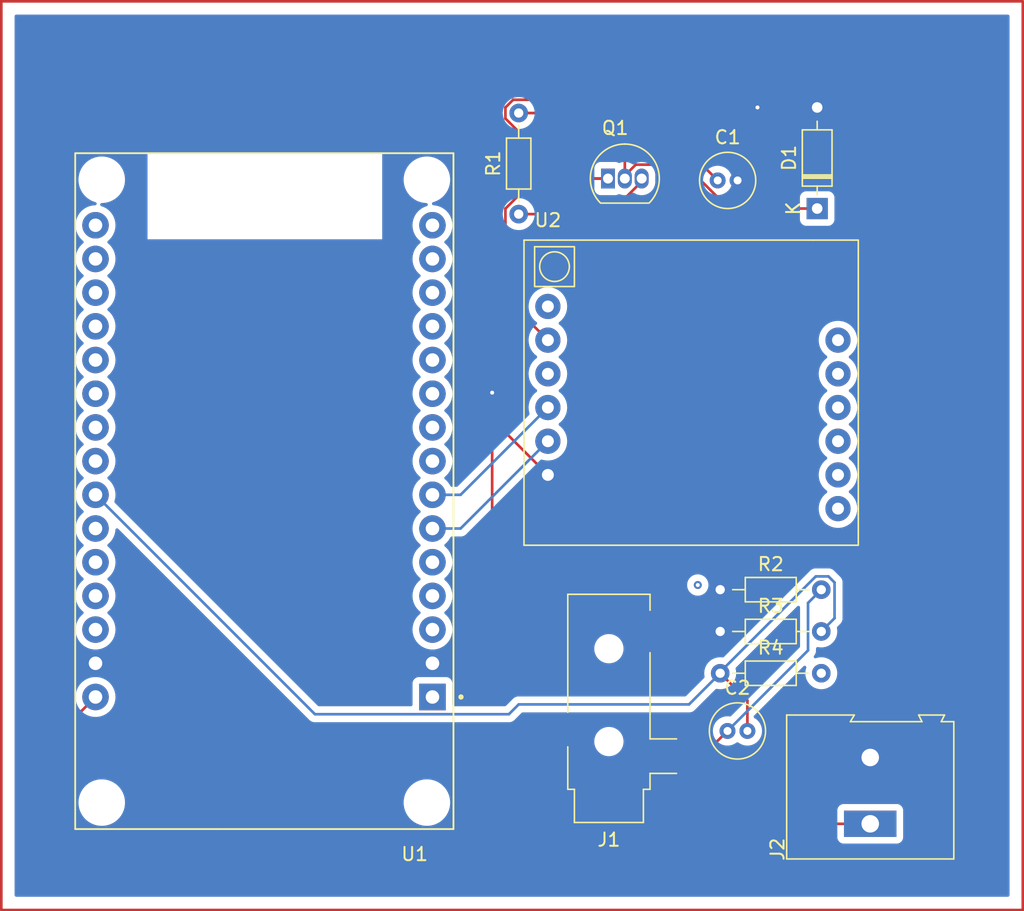
<source format=kicad_pcb>
(kicad_pcb (version 20240108) (generator "pcbnew") (generator_version "8.0")
  (layers (0 "F.Cu" signal) (31 "B.Cu" signal) (34 "B.Paste" user) (35 "F.Paste" user) (36 "B.SilkS" user "B.Silkscreen") (37 "F.SilkS" user "F.Silkscreen") (38 "B.Mask" user) (39 "F.Mask" user) (44 "Edge.Cuts" user))
  (net 0 "")
  (net 1 "Net-(Q1-E)")
  (net 9 "Net-(U1-RX2)")
  (net 34 "Net-(J2-Pin_1)")
  (net 35 "GND")
  (net 36 "Net-(D1-K)")
  (net 37 "Net-(C2-Pad1)")
  (net 39 "Net-(U1-D26)")
  (net 40 "Net-(U1-TX2)")
  (footprint "Diode_THT:D_DO-35_SOD27_P7.62mm_Horizontal" (layer "F.Cu") (at 161.5 83.12 90)
    (property "Reference" "D1" (at 3.81 -2.12 90) (layer "F.SilkS"))
    (property "Value" "D_Zener")
    (fp_line (start 5.93 -1.12) (end 1.69 -1.12) (stroke (width 0.12)) (layer "F.SilkS"))
    (fp_line (start 2.53 -1.12) (end 2.53 1.12) (stroke (width 0.12)) (layer "F.SilkS"))
    (fp_line (start 2.41 -1.12) (end 2.41 1.12) (stroke (width 0.12)) (layer "F.SilkS"))
    (fp_line (start 2.29 -1.12) (end 2.29 1.12) (stroke (width 0.12)) (layer "F.SilkS"))
    (fp_line (start 1.69 -1.12) (end 1.69 1.12) (stroke (width 0.12)) (layer "F.SilkS"))
    (fp_line (start 6.58 0) (end 5.93 0) (stroke (width 0.12)) (layer "F.SilkS"))
    (fp_line (start 1.04 0) (end 1.69 0) (stroke (width 0.12)) (layer "F.SilkS"))
    (fp_line (start 5.93 1.12) (end 5.93 -1.12) (stroke (width 0.12)) (layer "F.SilkS"))
    (fp_line (start 1.69 1.12) (end 5.93 1.12) (stroke (width 0.12)) (layer "F.SilkS"))
    (fp_text user "K" (at 0 -1.8 90) (layer "F.SilkS"))
    (pad "1" thru_hole rect (at 0 0 90) (size 1.6 1.6) (drill 0.8) (layers "*.Cu" "*.Mask") (net 36 "Net-(D1-K)"))
    (pad "2" thru_hole oval (at 7.62 0 90) (size 1.6 1.6) (drill 0.8) (layers "*.Cu" "*.Mask") (net 35 "GND"))
  )
  (footprint "Resistor_THT:R_Axial_DIN0204_L3.6mm_D1.6mm_P7.62mm_Horizontal" (layer "F.Cu") (at 154.19 118.15)
    (property "Reference" "R4" (at 3.81 -1.92 0) (layer "F.SilkS"))
    (property "Value" "R")
    (fp_line (start 0.94 0) (end 1.89 0) (stroke (width 0.12)) (layer "F.SilkS"))
    (fp_line (start 1.89 -0.92) (end 1.89 0.92) (stroke (width 0.12)) (layer "F.SilkS"))
    (fp_line (start 1.89 0.92) (end 5.73 0.92) (stroke (width 0.12)) (layer "F.SilkS"))
    (fp_line (start 5.73 -0.92) (end 1.89 -0.92) (stroke (width 0.12)) (layer "F.SilkS"))
    (fp_line (start 5.73 0.92) (end 5.73 -0.92) (stroke (width 0.12)) (layer "F.SilkS"))
    (fp_line (start 6.68 0) (end 5.73 0) (stroke (width 0.12)) (layer "F.SilkS"))
    (pad "1" thru_hole circle (at 0 0) (size 1.4 1.4) (drill 0.7) (layers "*.Cu" "*.Mask") (net 39 "Net-(U1-D26)"))
    (pad "2" thru_hole oval (at 7.62 0) (size 1.4 1.4) (drill 0.7) (layers "*.Cu" "*.Mask") (net 34 "Net-(J2-Pin_1)"))
  )
  (footprint "RF_GSM:MODULE_ESP32_DEVKIT_V1" (layer "F.Cu") (at 119.8 104.425 180)
    (property "Reference" "U1" (at -11.355 -27.36 0) (layer "F.SilkS"))
    (property "Value" "ESP32-DEVKIT-V1")
    (fp_line (start 14.23 25.475) (end -14.28 25.475) (stroke (width 0.127)) (layer "F.SilkS"))
    (fp_line (start 14.23 -25.475) (end 14.23 25.475) (stroke (width 0.127)) (layer "F.SilkS"))
    (fp_line (start 14.23 -25.475) (end 14.23 25.475) (stroke (width 0.127)) (layer "F.SilkS"))
    (fp_line (start 8.78 25.475) (end 14.23 25.475) (stroke (width 0.127)) (layer "F.SilkS"))
    (fp_line (start 3.5 -25.475) (end 14.23 -25.475) (stroke (width 0.127)) (layer "F.SilkS"))
    (fp_line (start -3.211 -25.475) (end 3.5 -25.475) (stroke (width 0.127)) (layer "F.SilkS"))
    (fp_line (start -8.91 25.475) (end 8.78 25.475) (stroke (width 0.127)) (layer "F.SilkS"))
    (fp_line (start -14.28 25.475) (end -8.91 25.475) (stroke (width 0.127)) (layer "F.SilkS"))
    (fp_line (start -14.28 25.475) (end -14.28 -25.475) (stroke (width 0.127)) (layer "F.SilkS"))
    (fp_line (start -14.28 25.475) (end -14.28 -25.475) (stroke (width 0.127)) (layer "F.SilkS"))
    (fp_line (start -14.28 -25.475) (end 14.23 -25.475) (stroke (width 0.127)) (layer "F.SilkS"))
    (fp_line (start -14.28 -25.475) (end -3.211 -25.475) (stroke (width 0.127)) (layer "F.SilkS"))
    (fp_circle (center -14.85 -15.515) (end -14.75 -15.515) (stroke (width 0.2)) (fill none) (layer "F.SilkS"))
    (pad "" np_thru_hole circle (at -12.28 -23.475 180) (size 3 3) (drill 3) (layers "*.Cu" "*.Mask"))
    (pad "" np_thru_hole circle (at -12.28 23.475 180) (size 3 3) (drill 3) (layers "*.Cu" "*.Mask"))
    (pad "" np_thru_hole circle (at 12.23 -23.475 180) (size 3 3) (drill 3) (layers "*.Cu" "*.Mask"))
    (pad "" np_thru_hole circle (at 12.23 23.475 180) (size 3 3) (drill 3) (layers "*.Cu" "*.Mask"))
    (pad "1" thru_hole rect (at -12.7 -15.515 180) (size 2 2) (drill 1.02) (layers "*.Cu" "*.Mask"))
    (pad "2" thru_hole circle (at -12.7 -12.975 180) (size 2 2) (drill 1.02) (layers "*.Cu" "*.Mask") (net 35 "GND"))
    (pad "3" thru_hole circle (at -12.7 -10.435 180) (size 2 2) (drill 1.02) (layers "*.Cu" "*.Mask"))
    (pad "4" thru_hole circle (at -12.7 -7.895 180) (size 2 2) (drill 1.02) (layers "*.Cu" "*.Mask"))
    (pad "5" thru_hole circle (at -12.7 -5.355 180) (size 2 2) (drill 1.02) (layers "*.Cu" "*.Mask"))
    (pad "6" thru_hole circle (at -12.7 -2.815 180) (size 2 2) (drill 1.02) (layers "*.Cu" "*.Mask") (net 9 "Net-(U1-RX2)"))
    (pad "7" thru_hole circle (at -12.7 -0.275 180) (size 2 2) (drill 1.02) (layers "*.Cu" "*.Mask") (net 40 "Net-(U1-TX2)"))
    (pad "8" thru_hole circle (at -12.7 2.265 180) (size 2 2) (drill 1.02) (layers "*.Cu" "*.Mask"))
    (pad "9" thru_hole circle (at -12.7 4.805 180) (size 2 2) (drill 1.02) (layers "*.Cu" "*.Mask"))
    (pad "10" thru_hole circle (at -12.7 7.345 180) (size 2 2) (drill 1.02) (layers "*.Cu" "*.Mask"))
    (pad "11" thru_hole circle (at -12.7 9.885 180) (size 2 2) (drill 1.02) (layers "*.Cu" "*.Mask"))
    (pad "12" thru_hole circle (at -12.7 12.425 180) (size 2 2) (drill 1.02) (layers "*.Cu" "*.Mask"))
    (pad "13" thru_hole circle (at -12.7 14.965 180) (size 2 2) (drill 1.02) (layers "*.Cu" "*.Mask"))
    (pad "14" thru_hole circle (at -12.7 17.505 180) (size 2 2) (drill 1.02) (layers "*.Cu" "*.Mask"))
    (pad "15" thru_hole circle (at -12.7 20.045 180) (size 2 2) (drill 1.02) (layers "*.Cu" "*.Mask"))
    (pad "16" thru_hole circle (at 12.7 20.045 180) (size 2 2) (drill 1.02) (layers "*.Cu" "*.Mask"))
    (pad "17" thru_hole circle (at 12.7 17.505 180) (size 2 2) (drill 1.02) (layers "*.Cu" "*.Mask"))
    (pad "18" thru_hole circle (at 12.7 14.965 180) (size 2 2) (drill 1.02) (layers "*.Cu" "*.Mask"))
    (pad "19" thru_hole circle (at 12.7 12.425 180) (size 2 2) (drill 1.02) (layers "*.Cu" "*.Mask"))
    (pad "20" thru_hole circle (at 12.7 9.885 180) (size 2 2) (drill 1.02) (layers "*.Cu" "*.Mask"))
    (pad "21" thru_hole circle (at 12.7 7.345 180) (size 2 2) (drill 1.02) (layers "*.Cu" "*.Mask"))
    (pad "22" thru_hole circle (at 12.7 4.805 180) (size 2 2) (drill 1.02) (layers "*.Cu" "*.Mask"))
    (pad "23" thru_hole circle (at 12.7 2.265 180) (size 2 2) (drill 1.02) (layers "*.Cu" "*.Mask"))
    (pad "24" thru_hole circle (at 12.7 -0.275 180) (size 2 2) (drill 1.02) (layers "*.Cu" "*.Mask") (net 39 "Net-(U1-D26)"))
    (pad "25" thru_hole circle (at 12.7 -2.815 180) (size 2 2) (drill 1.02) (layers "*.Cu" "*.Mask"))
    (pad "26" thru_hole circle (at 12.7 -5.355 180) (size 2 2) (drill 1.02) (layers "*.Cu" "*.Mask"))
    (pad "27" thru_hole circle (at 12.7 -7.895 180) (size 2 2) (drill 1.02) (layers "*.Cu" "*.Mask"))
    (pad "28" thru_hole circle (at 12.7 -10.435 180) (size 2 2) (drill 1.02) (layers "*.Cu" "*.Mask"))
    (pad "29" thru_hole circle (at 12.7 -12.975 180) (size 2 2) (drill 1.02) (layers "*.Cu" "*.Mask") (net 35 "GND"))
    (pad "30" thru_hole circle (at 12.7 -15.515 180) (size 2 2) (drill 1.02) (layers "*.Cu" "*.Mask") (net 34 "Net-(J2-Pin_1)"))
    (zone (net 0) (net_name "") (layer "B.Cu") (connect_pads (clearance 0)) (min_thickness 0.01)
      (keepout (tracks not_allowed) (vias not_allowed) (pads not_allowed) (copperpour not_allowed) (footprints allowed))
      (fill (thermal_gap 0.508) (thermal_bridge_width 0.508))
      (polygon (pts (xy 128.71 85.44) (xy 111.02 85.44) (xy 111.02 78.95) (xy 128.71 78.95)))
    )
  )
  (footprint "Resistor_THT:R_Axial_DIN0204_L3.6mm_D1.6mm_P7.62mm_Horizontal" (layer "F.Cu") (at 154.19 115)
    (property "Reference" "R3" (at 3.81 -1.92 0) (layer "F.SilkS"))
    (property "Value" "R")
    (fp_line (start 0.94 0) (end 1.89 0) (stroke (width 0.12)) (layer "F.SilkS"))
    (fp_line (start 1.89 -0.92) (end 1.89 0.92) (stroke (width 0.12)) (layer "F.SilkS"))
    (fp_line (start 1.89 0.92) (end 5.73 0.92) (stroke (width 0.12)) (layer "F.SilkS"))
    (fp_line (start 5.73 -0.92) (end 1.89 -0.92) (stroke (width 0.12)) (layer "F.SilkS"))
    (fp_line (start 5.73 0.92) (end 5.73 -0.92) (stroke (width 0.12)) (layer "F.SilkS"))
    (fp_line (start 6.68 0) (end 5.73 0) (stroke (width 0.12)) (layer "F.SilkS"))
    (pad "1" thru_hole circle (at 0 0) (size 1.4 1.4) (drill 0.7) (layers "*.Cu" "*.Mask") (net 35 "GND"))
    (pad "2" thru_hole oval (at 7.62 0) (size 1.4 1.4) (drill 0.7) (layers "*.Cu" "*.Mask") (net 39 "Net-(U1-D26)"))
  )
  (footprint "RF_GSM:SIM800L-CORE" (layer "F.Cu") (at 141.2 90.5)
    (property "Reference" "U2" (at 0 -6.5 0) (layer "F.SilkS"))
    (property "Value" "SIM800L-CORE" (hide yes))
    (fp_line (start -1.8 10.8) (end -1.8 -5) (stroke (width 0.12)) (layer "F.SilkS"))
    (fp_line (start -1.8 10.8) (end -1.8 18) (stroke (width 0.12)) (layer "F.SilkS"))
    (fp_line (start -1.8 18) (end 0 18) (stroke (width 0.12)) (layer "F.SilkS"))
    (fp_line (start 0 -5) (end -1.8 -5) (stroke (width 0.12)) (layer "F.SilkS"))
    (fp_line (start 0 -5) (end 20 -5) (stroke (width 0.12)) (layer "F.SilkS"))
    (fp_line (start 0 18) (end 18 18) (stroke (width 0.12)) (layer "F.SilkS"))
    (fp_line (start 18 18) (end 23.4 18) (stroke (width 0.12)) (layer "F.SilkS"))
    (fp_line (start 20 -5) (end 23 -5) (stroke (width 0.12)) (layer "F.SilkS"))
    (fp_line (start 23.4 -5) (end 23 -5) (stroke (width 0.12)) (layer "F.SilkS"))
    (fp_line (start 23.4 18) (end 23.4 -5) (stroke (width 0.12)) (layer "F.SilkS"))
    (fp_rect (start -1 -4.5) (end 2 -1.5) (stroke (width 0.12)) (fill none) (layer "F.SilkS"))
    (fp_circle (center 0.5 -3) (end 1.5 -2.5) (stroke (width 0.12)) (fill none) (layer "F.SilkS"))
    (pad "1" thru_hole circle (at 0 0) (size 1.9 1.9) (drill 0.9) (layers "*.Cu" "*.Mask"))
    (pad "2" thru_hole circle (at 0 2.54) (size 1.9 1.9) (drill 0.9) (layers "*.Cu" "*.Mask") (net 1 "Net-(Q1-E)"))
    (pad "3" thru_hole circle (at 0 5.08) (size 1.9 1.9) (drill 0.9) (layers "*.Cu" "*.Mask"))
    (pad "4" thru_hole circle (at 0 7.62) (size 1.9 1.9) (drill 0.9) (layers "*.Cu" "*.Mask") (net 40 "Net-(U1-TX2)"))
    (pad "5" thru_hole circle (at 0 10.16) (size 1.9 1.9) (drill 0.9) (layers "*.Cu" "*.Mask") (net 9 "Net-(U1-RX2)"))
    (pad "6" thru_hole circle (at 0 12.7) (size 1.9 1.9) (drill 0.9) (layers "*.Cu" "*.Mask") (net 35 "GND"))
    (pad "7" thru_hole circle (at 21.87 15.24) (size 1.9 1.9) (drill 0.9) (layers "*.Cu" "*.Mask"))
    (pad "8" thru_hole circle (at 21.87 12.7) (size 1.9 1.9) (drill 0.9) (layers "*.Cu" "*.Mask"))
    (pad "9" thru_hole circle (at 21.87 10.16) (size 1.9 1.9) (drill 0.9) (layers "*.Cu" "*.Mask"))
    (pad "10" thru_hole circle (at 21.87 7.62) (size 1.9 1.9) (drill 0.9) (layers "*.Cu" "*.Mask"))
    (pad "11" thru_hole circle (at 21.87 5.08) (size 1.9 1.9) (drill 0.9) (layers "*.Cu" "*.Mask"))
    (pad "12" thru_hole circle (at 21.87 2.54) (size 1.9 1.9) (drill 0.9) (layers "*.Cu" "*.Mask"))
  )
  (footprint "Capacitor_THT:C_Radial_D4.0mm_H7.0mm_P1.50mm" (layer "F.Cu") (at 154 81)
    (property "Reference" "C1" (at 0.75 -3.25 0) (layer "F.SilkS"))
    (property "Value" "C")
    (fp_circle (center 0.75 0) (end 2.87 0) (stroke (width 0.12)) (fill none) (layer "F.SilkS"))
    (pad "1" thru_hole circle (at 0 0) (size 1.2 1.2) (drill 0.6) (layers "*.Cu" "*.Mask") (net 1 "Net-(Q1-E)"))
    (pad "2" thru_hole circle (at 1.5 0) (size 1.2 1.2) (drill 0.6) (layers "*.Cu" "*.Mask") (net 35 "GND"))
  )
  (footprint "Connector_Audio:Jack_3.5mm_CUI_SJ-3523-SMT_Horizontal" (layer "F.Cu") (at 145.8 120.8 180)
    (property "Reference" "J1" (at 0 -9.9 0) (layer "F.SilkS"))
    (property "Value" "AudioPlug2" (hide yes))
    (fp_line (start 3.1 8.6) (end -3.1 8.6) (stroke (width 0.12)) (layer "F.SilkS"))
    (fp_line (start 3.1 -0.3) (end 3.1 8.6) (stroke (width 0.12)) (layer "F.SilkS"))
    (fp_line (start 3.1 -6.1) (end 3.1 -2.9) (stroke (width 0.12)) (layer "F.SilkS"))
    (fp_line (start 2.6 -6.1) (end 3.1 -6.1) (stroke (width 0.12)) (layer "F.SilkS"))
    (fp_line (start 2.6 -8.6) (end 2.6 -6.1) (stroke (width 0.12)) (layer "F.SilkS"))
    (fp_line (start -2.6 -6.1) (end -2.6 -8.6) (stroke (width 0.12)) (layer "F.SilkS"))
    (fp_line (start -2.6 -8.6) (end 2.6 -8.6) (stroke (width 0.12)) (layer "F.SilkS"))
    (fp_line (start -3.1 8.6) (end -3.1 7.4) (stroke (width 0.12)) (layer "F.SilkS"))
    (fp_line (start -3.1 4.2) (end -3.1 -2.3) (stroke (width 0.12)) (layer "F.SilkS"))
    (fp_line (start -3.1 -2.3) (end -5.1 -2.3) (stroke (width 0.12)) (layer "F.SilkS"))
    (fp_line (start -3.1 -4.9) (end -3.1 -6.1) (stroke (width 0.12)) (layer "F.SilkS"))
    (fp_line (start -3.1 -4.9) (end -5.1 -4.9) (stroke (width 0.12)) (layer "F.SilkS"))
    (fp_line (start -3.1 -6.1) (end -2.6 -6.1) (stroke (width 0.12)) (layer "F.SilkS"))
    (pad "" np_thru_hole circle (at 0 -2.5 180) (size 1.7 1.7) (drill 1.7) (layers "*.Cu" "*.Mask"))
    (pad "" np_thru_hole circle (at 0 4.5 180) (size 1.7 1.7) (drill 1.7) (layers "*.Cu" "*.Mask"))
    (pad "R" smd rect (at 3.7 -1.6 180) (size 2.8 2.2) (layers "F.Cu" "F.Paste" "F.Mask"))
    (pad "S" smd rect (at -3.7 -3.6 180) (size 2.8 2.2) (layers "F.Cu" "F.Paste" "F.Mask") (net 37 "Net-(C2-Pad1)"))
    (pad "T" smd rect (at -3.7 5.8 180) (size 2.8 2.8) (layers "F.Cu" "F.Paste" "F.Mask") (net 35 "GND"))
  )
  (footprint "Resistor_THT:R_Axial_DIN0204_L3.6mm_D1.6mm_P7.62mm_Horizontal" (layer "F.Cu") (at 139 83.54 90)
    (property "Reference" "R1" (at 3.81 -1.92 90) (layer "F.SilkS"))
    (property "Value" "R")
    (fp_line (start 5.73 -0.92) (end 1.89 -0.92) (stroke (width 0.12)) (layer "F.SilkS"))
    (fp_line (start 1.89 -0.92) (end 1.89 0.92) (stroke (width 0.12)) (layer "F.SilkS"))
    (fp_line (start 6.68 0) (end 5.73 0) (stroke (width 0.12)) (layer "F.SilkS"))
    (fp_line (start 0.94 0) (end 1.89 0) (stroke (width 0.12)) (layer "F.SilkS"))
    (fp_line (start 5.73 0.92) (end 5.73 -0.92) (stroke (width 0.12)) (layer "F.SilkS"))
    (fp_line (start 1.89 0.92) (end 5.73 0.92) (stroke (width 0.12)) (layer "F.SilkS"))
    (pad "1" thru_hole circle (at 0 0 90) (size 1.4 1.4) (drill 0.7) (layers "*.Cu" "*.Mask") (net 34 "Net-(J2-Pin_1)"))
    (pad "2" thru_hole oval (at 7.62 0 90) (size 1.4 1.4) (drill 0.7) (layers "*.Cu" "*.Mask") (net 36 "Net-(D1-K)"))
  )
  (footprint "Package_TO_SOT_THT:TO-92_Inline" (layer "F.Cu") (at 145.73 80.86)
    (property "Reference" "Q1" (at 0.54 -3.81 0) (layer "F.SilkS"))
    (property "Value" "2N3904")
    (fp_line (start -0.53 1.85) (end 3.07 1.85) (stroke (width 0.12)) (layer "F.SilkS"))
    (fp_arc (start -0.568478 1.838478) (mid -1.132087 -0.994977) (end 1.27 -2.6) (stroke (width 0.12)) (layer "F.SilkS"))
    (fp_arc (start 1.27 -2.6) (mid 3.672087 -0.994977) (end 3.108478 1.838478) (stroke (width 0.12)) (layer "F.SilkS"))
    (pad "1" thru_hole rect (at 0 0) (size 1.05 1.5) (drill 0.75) (layers "*.Cu" "*.Mask") (net 1 "Net-(Q1-E)"))
    (pad "2" thru_hole oval (at 1.27 0) (size 1.05 1.5) (drill 0.75) (layers "*.Cu" "*.Mask") (net 36 "Net-(D1-K)"))
    (pad "3" thru_hole oval (at 2.54 0) (size 1.05 1.5) (drill 0.75) (layers "*.Cu" "*.Mask") (net 34 "Net-(J2-Pin_1)"))
  )
  (footprint "TerminalBlock:TerminalBlock_Altech_AK300-2_P5.00mm" (layer "F.Cu") (at 165.5 129.5 90)
    (property "Reference" "J2" (at -1.92 -6.99 90) (layer "F.SilkS"))
    (property "Value" "Screw_Terminal_01x02")
    (fp_line (start 8.2 -6.3) (end -2.65 -6.3) (stroke (width 0.12)) (layer "F.SilkS"))
    (fp_line (start -2.65 -6.3) (end -2.65 6.3) (stroke (width 0.12)) (layer "F.SilkS"))
    (fp_line (start 7.7 -1.5) (end 8.2 -1.2) (stroke (width 0.12)) (layer "F.SilkS"))
    (fp_line (start 8.2 -1.2) (end 8.2 -6.3) (stroke (width 0.12)) (layer "F.SilkS"))
    (fp_line (start 8.2 3.65) (end 7.7 3.9) (stroke (width 0.12)) (layer "F.SilkS"))
    (fp_line (start 8.2 3.7) (end 8.2 3.65) (stroke (width 0.12)) (layer "F.SilkS"))
    (fp_line (start 7.7 3.9) (end 7.7 -1.5) (stroke (width 0.12)) (layer "F.SilkS"))
    (fp_line (start 7.7 5.35) (end 8.2 5.6) (stroke (width 0.12)) (layer "F.SilkS"))
    (fp_line (start 8.2 5.6) (end 8.2 3.7) (stroke (width 0.12)) (layer "F.SilkS"))
    (fp_line (start 7.7 6.3) (end 7.7 5.35) (stroke (width 0.12)) (layer "F.SilkS"))
    (fp_line (start -2.65 6.3) (end 7.7 6.3) (stroke (width 0.12)) (layer "F.SilkS"))
    (pad "1" thru_hole rect (at 0 0 90) (size 1.98 3.96) (drill 1.32) (layers "*.Cu" "*.Mask") (net 34 "Net-(J2-Pin_1)"))
    (pad "2" thru_hole oval (at 5 0 90) (size 1.98 3.96) (drill 1.32) (layers "*.Cu" "*.Mask") (net 35 "GND"))
  )
  (footprint "Resistor_THT:R_Axial_DIN0204_L3.6mm_D1.6mm_P7.62mm_Horizontal" (layer "F.Cu") (at 154.19 111.85)
    (property "Reference" "R2" (at 3.81 -1.92 0) (layer "F.SilkS"))
    (property "Value" "R")
    (fp_line (start 0.94 0) (end 1.89 0) (stroke (width 0.12)) (layer "F.SilkS"))
    (fp_line (start 1.89 -0.92) (end 1.89 0.92) (stroke (width 0.12)) (layer "F.SilkS"))
    (fp_line (start 1.89 0.92) (end 5.73 0.92) (stroke (width 0.12)) (layer "F.SilkS"))
    (fp_line (start 5.73 -0.92) (end 1.89 -0.92) (stroke (width 0.12)) (layer "F.SilkS"))
    (fp_line (start 5.73 0.92) (end 5.73 -0.92) (stroke (width 0.12)) (layer "F.SilkS"))
    (fp_line (start 6.68 0) (end 5.73 0) (stroke (width 0.12)) (layer "F.SilkS"))
    (pad "1" thru_hole circle (at 0 0) (size 1.4 1.4) (drill 0.7) (layers "*.Cu" "*.Mask") (net 35 "GND"))
    (pad "2" thru_hole oval (at 7.62 0) (size 1.4 1.4) (drill 0.7) (layers "*.Cu" "*.Mask") (net 37 "Net-(C2-Pad1)"))
  )
  (footprint "Capacitor_THT:C_Radial_D4.0mm_H7.0mm_P1.50mm" (layer "F.Cu") (at 154.74 122.5)
    (property "Reference" "C2" (at 0.75 -3.25 0) (layer "F.SilkS"))
    (property "Value" "C")
    (fp_circle (center 0.75 0) (end 2.87 0) (stroke (width 0.12)) (fill none) (layer "F.SilkS"))
    (pad "1" thru_hole circle (at 0 0) (size 1.2 1.2) (drill 0.6) (layers "*.Cu" "*.Mask") (net 37 "Net-(C2-Pad1)"))
    (pad "2" thru_hole circle (at 1.5 0) (size 1.2 1.2) (drill 0.6) (layers "*.Cu" "*.Mask") (net 39 "Net-(U1-D26)"))
  )
  (gr_rect (start 100 67.5) (end 177 136) (stroke (width 0.2)) (fill none) (layer "F.Cu") (net 10))
  (gr_text "K" (at 159.7 83.12 90) (layer "F.SilkS") (effects (font (size 1 1))))
  (segment (start 147.92 74.92) (end 154 81) (width 0.2) (layer "F.Cu") (net 1))
  (segment (start 141.2 93.04) (end 138 89.84) (width 0.2) (layer "F.Cu") (net 1))
  (segment (start 138.58 74.92) (end 147.92 74.92) (width 0.2) (layer "F.Cu") (net 1))
  (segment (start 138 75.5) (end 138.58 74.92) (width 0.2) (layer "F.Cu") (net 1))
  (segment (start 142.525786 80.86) (end 138 76.334214) (width 0.2) (layer "F.Cu") (net 1))
  (segment (start 138 76.334214) (end 138 75.5) (width 0.2) (layer "F.Cu") (net 1))
  (segment (start 138 83.125786) (end 140.265786 80.86) (width 0.2) (layer "F.Cu") (net 1))
  (segment (start 138 89.84) (end 138 83.125786) (width 0.2) (layer "F.Cu") (net 1))
  (segment (start 145.73 80.86) (end 142.525786 80.86) (width 0.2) (layer "F.Cu") (net 1))
  (segment (start 140.265786 80.86) (end 145.73 80.86) (width 0.2) (layer "F.Cu") (net 1))
  (segment (start 132.5 107.24) (end 134.62 107.24) (width 0.2) (layer "B.Cu") (net 9))
  (segment (start 134.62 107.24) (end 141.2 100.66) (width 0.2) (layer "B.Cu") (net 9))
  (segment (start 158.48 129.5) (end 156.24 127.26) (width 0.2) (layer "F.Cu") (net 34))
  (segment (start 148.27 81.085) (end 148.27 80.86) (width 0.2) (layer "F.Cu") (net 34))
  (segment (start 151.5 132) (end 156.24 127.26) (width 0.2) (layer "F.Cu") (net 34))
  (segment (start 102.5 124.54) (end 107.1 119.94) (width 0.2) (layer "F.Cu") (net 34))
  (segment (start 102.5 132) (end 151.5 132) (width 0.2) (layer "F.Cu") (net 34))
  (segment (start 165.5 129.5) (end 158.48 129.5) (width 0.2) (layer "F.Cu") (net 34))
  (segment (start 102.5 132) (end 102.5 124.54) (width 0.2) (layer "F.Cu") (net 34))
  (segment (start 139 83.54) (end 145.815 83.54) (width 0.2) (layer "F.Cu") (net 34))
  (segment (start 145.815 83.54) (end 148.27 81.085) (width 0.2) (layer "F.Cu") (net 34))
  (via (at 152.5 111.5) (size 0.6) (drill 0.3) (layers "F.Cu" "B.Cu") (net 34))
  (segment (start 156.5 80) (end 155.5 81) (width 0.2) (layer "F.Cu") (net 35))
  (segment (start 157 75.5) (end 161.5 75.5) (width 0.2) (layer "F.Cu") (net 35))
  (segment (start 156.5 76) (end 156.5 80) (width 0.2) (layer "F.Cu") (net 35))
  (segment (start 132.5 117.4) (end 137 112.9) (width 0.2) (layer "F.Cu") (net 35))
  (segment (start 157 75.5) (end 156.5 76) (width 0.2) (layer "F.Cu") (net 35))
  (segment (start 165.5 124.5) (end 167 124.5) (width 0.2) (layer "F.Cu") (net 35))
  (segment (start 137 97) (end 137 99) (width 0.2) (layer "F.Cu") (net 35))
  (segment (start 137 112.9) (end 137 97) (width 0.2) (layer "F.Cu") (net 35))
  (segment (start 137 99) (end 141.2 103.2) (width 0.2) (layer "F.Cu") (net 35))
  (via (at 137 97) (size 0.6) (drill 0.3) (layers "F.Cu" "B.Cu") (net 35))
  (via (at 157 75.5) (size 0.6) (drill 0.3) (layers "F.Cu" "B.Cu") (net 35))
  (segment (start 161.5 83.12) (end 154.847207 83.12) (width 0.2) (layer "F.Cu") (net 36))
  (segment (start 143.42 75.92) (end 147 79.5) (width 0.2) (layer "F.Cu") (net 36))
  (segment (start 147.825 79.81) (end 147 80.635) (width 0.2) (layer "F.Cu") (net 36))
  (segment (start 151.537207 79.81) (end 147.825 79.81) (width 0.2) (layer "F.Cu") (net 36))
  (segment (start 147 80.635) (end 147 80.86) (width 0.2) (layer "F.Cu") (net 36))
  (segment (start 154.847207 83.12) (end 151.537207 79.81) (width 0.2) (layer "F.Cu") (net 36))
  (segment (start 147 79.5) (end 147 80.86) (width 0.2) (layer "F.Cu") (net 36))
  (segment (start 139 75.92) (end 143.42 75.92) (width 0.2) (layer "F.Cu") (net 36))
  (segment (start 154.74 122.5) (end 152.84 124.4) (width 0.2) (layer "F.Cu") (net 37))
  (segment (start 152.84 124.4) (end 149.5 124.4) (width 0.2) (layer "F.Cu") (net 37))
  (segment (start 154.74 122.5) (end 160.81 116.43) (width 0.2) (layer "B.Cu") (net 37))
  (segment (start 161.81 111.85) (end 160.81 112.85) (width 0.2) (layer "B.Cu") (net 37))
  (segment (start 160.81 112.85) (end 160.81 116.43) (width 0.2) (layer "B.Cu") (net 37))
  (segment (start 156.24 122.5) (end 156.24 120.2) (width 0.2) (layer "F.Cu") (net 39))
  (segment (start 156.24 120.2) (end 154.19 118.15) (width 0.2) (layer "F.Cu") (net 39))
  (segment (start 107.1 104.7) (end 123.64 121.24) (width 0.2) (layer "B.Cu") (net 39))
  (segment (start 151.84 120.5) (end 153.907157 118.432843) (width 0.2) (layer "B.Cu") (net 39))
  (segment (start 139 120.5) (end 151.84 120.5) (width 0.2) (layer "B.Cu") (net 39))
  (segment (start 161.81 115) (end 162.81 114) (width 0.2) (layer "B.Cu") (net 39))
  (segment (start 162.35 110.85) (end 161.395786 110.85) (width 0.2) (layer "B.Cu") (net 39))
  (segment (start 161.395786 110.85) (end 154.472843 117.772943) (width 0.2) (layer "B.Cu") (net 39))
  (segment (start 154.472843 117.772943) (end 154.472843 117.867157) (width 0.2) (layer "B.Cu") (net 39))
  (segment (start 162.81 111.31) (end 162.35 110.85) (width 0.2) (layer "B.Cu") (net 39))
  (segment (start 138.26 121.24) (end 139 120.5) (width 0.2) (layer "B.Cu") (net 39))
  (segment (start 123.64 121.24) (end 138.26 121.24) (width 0.2) (layer "B.Cu") (net 39))
  (segment (start 162.81 114) (end 162.81 111.31) (width 0.2) (layer "B.Cu") (net 39))
  (segment (start 134.62 104.7) (end 141.2 98.12) (width 0.2) (layer "B.Cu") (net 40))
  (segment (start 132.5 104.7) (end 134.62 104.7) (width 0.2) (layer "B.Cu") (net 40))
  (zone (net 35) (net_name "GND") (layer "B.Cu") (connect_pads yes (clearance 0.5)) (min_thickness 0.25) (fill yes (thermal_gap 0.5) (thermal_bridge_width 0.5))
    (polygon (pts (xy 101 68.5) (xy 101 135) (xy 176 135) (xy 176 68.5)))
  )
)
</source>
